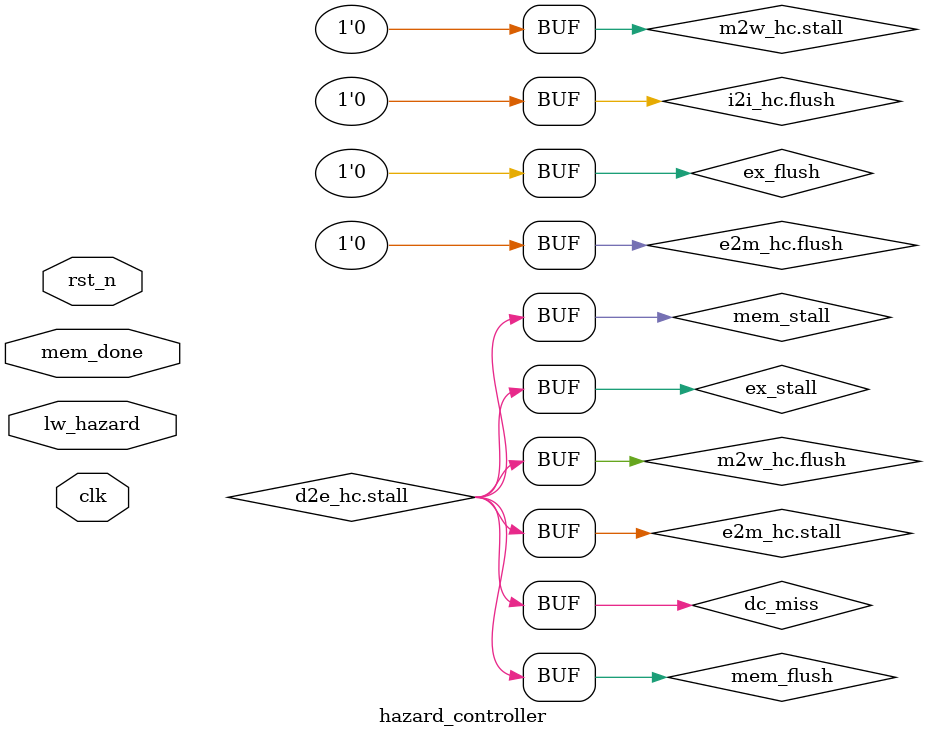
<source format=sv>
/*
 * hazard_controller.sv
 * Author: Zinsser Zhang
 * Last Revision: 03/13/2022
 *
 * hazard_controller collects feedbacks from each stage and detect whether there
 * are hazards in the pipeline. If so, it generate control signals to stall or
 * flush each stage. It also contains a branch_controller, which talks to
 * a branch predictor to make a prediction when a branch instruction is decoded.
 *
 * It also contains simulation only logic to report hazard conditions to C++
 * code for execution statistics collection.
 *
 * See wiki page "Hazards" for details.
 * See wiki page "Branch and Jump" for details of branch and jump instructions.
 */
`include "mips_core.svh"

`ifdef SIMULATION
import "DPI-C" function void stats_event (input string e);
`endif

module hazard_controller (
	input clk,    // Clock
	input rst_n,  // Synchronous reset active low

	// Feedback from IF
	cache_output_ifc.in if_i_cache_output,
	// Feedback from DEC
	pc_ifc.in dec_pc,
	branch_decoded_ifc.hazard dec_branch_decoded,
	// Feedback from EX
	pc_ifc.in ex_pc,
	input lw_hazard,
	branch_result_ifc.in ex_branch_result,
	// Feedback from MEM
	input mem_done,

	// Hazard control output
	hazard_control_ifc.out i2i_hc,
	hazard_control_ifc.out i2d_hc,
	hazard_control_ifc.out d2e_hc,
	hazard_control_ifc.out e2m_hc,
	hazard_control_ifc.out m2w_hc,

	// Load pc output
	load_pc_ifc.out load_pc
);

	branch_controller BRANCH_CONTROLLER (
		.clk, .rst_n,
		.dec_pc,
		.dec_branch_decoded,
		.ex_pc,
		.ex_branch_result
	);

	// We have total 6 potential hazards
	logic ic_miss;			// I cache miss
	// Gone without delay slots:
	//logic ds_miss;			// Delay slot miss
	logic dec_overload;		// Branch predict taken or Jump
	logic ex_overload;		// Branch prediction wrong
	//    lw_hazard;		// Load word hazard (input from forward unit)
	logic dc_miss;			// D cache miss

	// Determine if we have these hazards
	always_comb
	begin
		ic_miss = ~if_i_cache_output.valid;
		//ds_miss = ic_miss & dec_branch_decoded.valid;
		dec_overload = dec_branch_decoded.valid
			& (dec_branch_decoded.is_jump
				| (dec_branch_decoded.prediction == TAKEN));
		ex_overload = ex_branch_result.valid
			& (ex_branch_result.prediction != ex_branch_result.outcome);
		// lw_hazard is determined by forward unit.
		dc_miss = ~mem_done;
	end

	// Control signals
	logic if_stall, if_flush;
	logic dec_stall, dec_flush;
	logic ex_stall, ex_flush;
	logic mem_stall, mem_flush;
	// wb doesn't need to be stalled or flushed
	// i.e. any data goes to wb is finalized and waiting to be commited

	/*
	 * Now let's go over the solution of all hazards
	 * ic_miss:
	 *     if_stall, if_flush
	 * ds_miss:
	 *     dec_stall, dec_flush (if_stall and if_flush handled by ic_miss)
	 * dec_overload:
	 *     load_pc
	 * ex_overload:
	 *     load_pc, ~if_stall, if_flush
	 * lw_hazard:
	 *     dec_stall, dec_flush
	 * dc_miss:
	 *     mem_stall, mem_flush
	 *
	 * The only conflict here is between ic_miss and ex_overload.
	 * ex_overload should have higher priority than ic_miss. Because i cache
	 * does not register missed request, it's totally fine to directly overload
	 * the pc value.
	 *
	 * In addition to above hazards, each stage should also stall if its
	 * downstream stage stalls (e.g., when mem stalls, if & dec & ex should all
	 * stall). This has the highest priority.
	 */

	always_comb
	begin : handle_if
		if_stall = 1'b0;
		if_flush = 1'b0;

		if (ic_miss)
		begin
			if_stall = 1'b1;
			if_flush = 1'b1;
		end

		if (ex_overload)
		begin
			if_stall = 1'b0;
			if_flush = 1'b1;
		end

		if(dec_overload) begin
			if_stall = 1'b0;
			if_flush = 1'b1;
		end

		if (dec_stall)
			if_stall = 1'b1;
	end

	always_comb
	begin : handle_dec
		dec_stall = 1'b0;
		dec_flush = 1'b0;

		//if (ds_miss | lw_hazard)
		if (lw_hazard)
		begin
			dec_stall = 1'b1;
			dec_flush = 1'b1;
		end

		if (ex_stall)
			dec_stall = 1'b1;

		if(ex_overload)
			dec_flush = 1'b1;
	end

	always_comb
	begin : handle_ex
		ex_stall = mem_stall;
		ex_flush = 1'b0;
	end

	always_comb
	begin : handle_mem
		mem_stall = dc_miss;
		mem_flush = dc_miss;
	end

	// Now distribute the control signals to each pipeline registers
	always_comb
	begin
		i2i_hc.flush = 1'b0;
		i2i_hc.stall = if_stall;
		i2d_hc.flush = if_flush;
		i2d_hc.stall = dec_stall;
		d2e_hc.flush = dec_flush;
		d2e_hc.stall = ex_stall;
		e2m_hc.flush = ex_flush;
		e2m_hc.stall = mem_stall;
		m2w_hc.flush = mem_flush;
		m2w_hc.stall = 1'b0;
	end

	// Derive the load_pc
	always_comb
	begin
		load_pc.we = dec_overload | ex_overload;
		if (dec_overload)
			load_pc.new_pc = dec_branch_decoded.target;
		else
			load_pc.new_pc = ex_branch_result.recovery_target;
	end

`ifdef SIMULATION
	always_ff @(posedge clk)
	begin
		if (ic_miss) stats_event("ic_miss");
		// if (ds_miss) stats_event("ds_miss");
		if (dec_overload) stats_event("dec_overload");
		if (ex_overload) stats_event("ex_overload");
		if (lw_hazard) stats_event("lw_hazard");
		if (dc_miss) stats_event("dc_miss");
		if (if_stall) stats_event("if_stall");
		if (if_flush) stats_event("if_flush");
		if (dec_stall) stats_event("dec_stall");
		if (dec_flush) stats_event("dec_flush");
		if (ex_stall) stats_event("ex_stall");
		if (ex_flush) stats_event("ex_flush");
		if (mem_stall) stats_event("mem_stall");
		if (mem_flush) stats_event("mem_flush");
	end
`endif

endmodule

</source>
